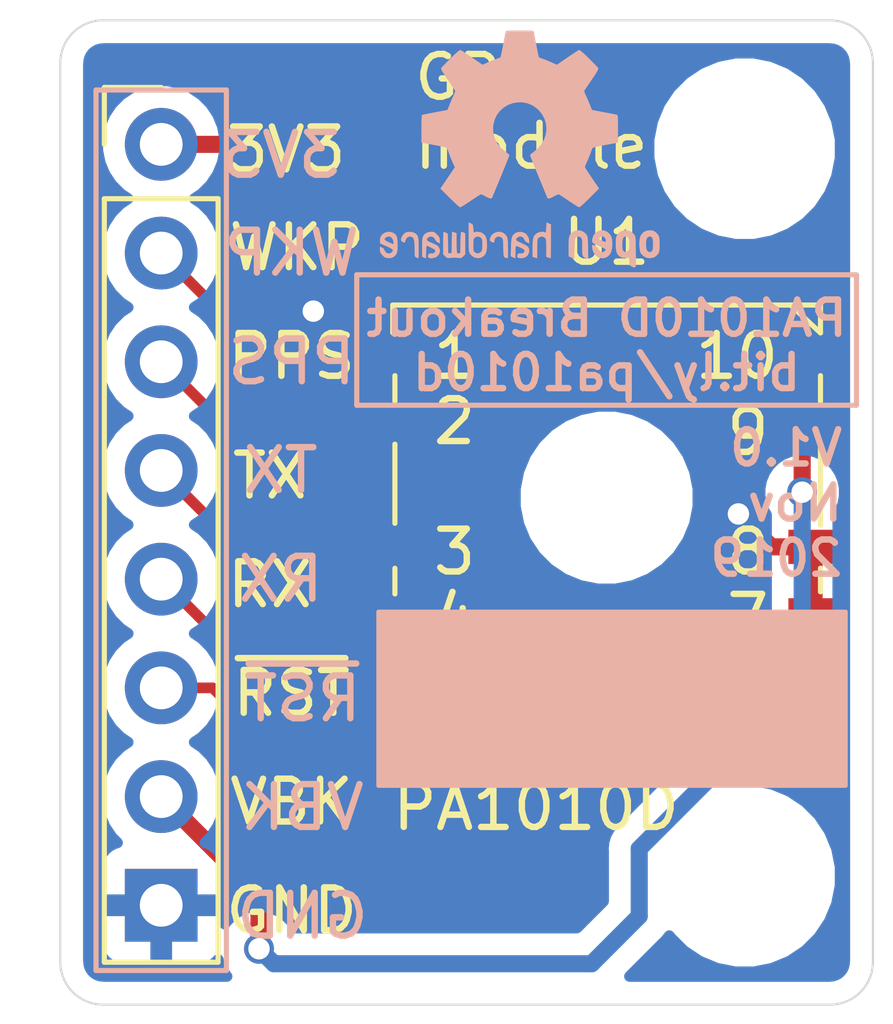
<source format=kicad_pcb>
(kicad_pcb (version 20171130) (host pcbnew "(5.1.5-0-10_14)")

  (general
    (thickness 1.6)
    (drawings 52)
    (tracks 36)
    (zones 0)
    (modules 5)
    (nets 9)
  )

  (page A4)
  (title_block
    (title "CDTop PA1010D GPS module breakout board")
    (date 2019-11-20)
    (rev V1.0)
    (comment 1 "Designed by: Sayanee Basu")
    (comment 2 "Website: github.com/sayanee/pa1010d-breakout")
  )

  (layers
    (0 F.Cu signal)
    (31 B.Cu signal hide)
    (32 B.Adhes user hide)
    (33 F.Adhes user hide)
    (34 B.Paste user hide)
    (35 F.Paste user)
    (36 B.SilkS user hide)
    (37 F.SilkS user)
    (38 B.Mask user hide)
    (39 F.Mask user)
    (40 Dwgs.User user hide)
    (41 Cmts.User user hide)
    (42 Eco1.User user hide)
    (43 Eco2.User user hide)
    (44 Edge.Cuts user)
    (45 Margin user hide)
    (46 B.CrtYd user hide)
    (47 F.CrtYd user)
    (48 B.Fab user hide)
    (49 F.Fab user)
  )

  (setup
    (last_trace_width 0.25)
    (trace_clearance 0.2)
    (zone_clearance 0.508)
    (zone_45_only no)
    (trace_min 0.2)
    (via_size 0.8)
    (via_drill 0.4)
    (via_min_size 0.4)
    (via_min_drill 0.3)
    (uvia_size 0.3)
    (uvia_drill 0.1)
    (uvias_allowed no)
    (uvia_min_size 0.2)
    (uvia_min_drill 0.1)
    (edge_width 0.05)
    (segment_width 0.2)
    (pcb_text_width 0.3)
    (pcb_text_size 1.5 1.5)
    (mod_edge_width 0.12)
    (mod_text_size 1 1)
    (mod_text_width 0.15)
    (pad_size 1.7 1.7)
    (pad_drill 1)
    (pad_to_mask_clearance 0.051)
    (solder_mask_min_width 0.25)
    (aux_axis_origin 0 0)
    (visible_elements FFFFEF7F)
    (pcbplotparams
      (layerselection 0x010fc_ffffffff)
      (usegerberextensions false)
      (usegerberattributes false)
      (usegerberadvancedattributes false)
      (creategerberjobfile false)
      (excludeedgelayer true)
      (linewidth 0.100000)
      (plotframeref false)
      (viasonmask false)
      (mode 1)
      (useauxorigin false)
      (hpglpennumber 1)
      (hpglpenspeed 20)
      (hpglpendiameter 15.000000)
      (psnegative false)
      (psa4output false)
      (plotreference true)
      (plotvalue true)
      (plotinvisibletext false)
      (padsonsilk false)
      (subtractmaskfromsilk false)
      (outputformat 1)
      (mirror false)
      (drillshape 1)
      (scaleselection 1)
      (outputdirectory ""))
  )

  (net 0 "")
  (net 1 GND)
  (net 2 +3V3)
  (net 3 /VBACKUP)
  (net 4 /NRESET)
  (net 5 /RX)
  (net 6 /TX)
  (net 7 /1PPS)
  (net 8 /WAKEUP)

  (net_class Default "This is the default net class."
    (clearance 0.2)
    (trace_width 0.25)
    (via_dia 0.8)
    (via_drill 0.4)
    (uvia_dia 0.3)
    (uvia_drill 0.1)
    (add_net /1PPS)
    (add_net /NRESET)
    (add_net /RX)
    (add_net /TX)
    (add_net /WAKEUP)
  )

  (net_class Power ""
    (clearance 0.3)
    (trace_width 0.4)
    (via_dia 0.7)
    (via_drill 0.5)
    (uvia_dia 0.3)
    (uvia_drill 0.1)
    (add_net +3V3)
    (add_net /VBACKUP)
    (add_net GND)
  )

  (module Symbol:OSHW-Logo2_7.3x6mm_SilkScreen (layer B.Cu) (tedit 0) (tstamp 5DD500BC)
    (at 94.742 73 180)
    (descr "Open Source Hardware Symbol")
    (tags "Logo Symbol OSHW")
    (attr virtual)
    (fp_text reference REF** (at 0 0 180) (layer B.SilkS) hide
      (effects (font (size 1 1) (thickness 0.15)) (justify mirror))
    )
    (fp_text value OSHW-Logo2_7.3x6mm_SilkScreen (at 0.75 0 180) (layer B.Fab) hide
      (effects (font (size 1 1) (thickness 0.15)) (justify mirror))
    )
    (fp_poly (pts (xy 0.10391 2.757652) (xy 0.182454 2.757222) (xy 0.239298 2.756058) (xy 0.278105 2.753793)
      (xy 0.302538 2.75006) (xy 0.316262 2.744494) (xy 0.32294 2.736727) (xy 0.326236 2.726395)
      (xy 0.326556 2.725057) (xy 0.331562 2.700921) (xy 0.340829 2.653299) (xy 0.353392 2.587259)
      (xy 0.368287 2.507872) (xy 0.384551 2.420204) (xy 0.385119 2.417125) (xy 0.40141 2.331211)
      (xy 0.416652 2.255304) (xy 0.429861 2.193955) (xy 0.440054 2.151718) (xy 0.446248 2.133145)
      (xy 0.446543 2.132816) (xy 0.464788 2.123747) (xy 0.502405 2.108633) (xy 0.551271 2.090738)
      (xy 0.551543 2.090642) (xy 0.613093 2.067507) (xy 0.685657 2.038035) (xy 0.754057 2.008403)
      (xy 0.757294 2.006938) (xy 0.868702 1.956374) (xy 1.115399 2.12484) (xy 1.191077 2.176197)
      (xy 1.259631 2.222111) (xy 1.317088 2.25997) (xy 1.359476 2.287163) (xy 1.382825 2.301079)
      (xy 1.385042 2.302111) (xy 1.40201 2.297516) (xy 1.433701 2.275345) (xy 1.481352 2.234553)
      (xy 1.546198 2.174095) (xy 1.612397 2.109773) (xy 1.676214 2.046388) (xy 1.733329 1.988549)
      (xy 1.780305 1.939825) (xy 1.813703 1.90379) (xy 1.830085 1.884016) (xy 1.830694 1.882998)
      (xy 1.832505 1.869428) (xy 1.825683 1.847267) (xy 1.80854 1.813522) (xy 1.779393 1.7652)
      (xy 1.736555 1.699308) (xy 1.679448 1.614483) (xy 1.628766 1.539823) (xy 1.583461 1.47286)
      (xy 1.54615 1.417484) (xy 1.519452 1.37758) (xy 1.505985 1.357038) (xy 1.505137 1.355644)
      (xy 1.506781 1.335962) (xy 1.519245 1.297707) (xy 1.540048 1.248111) (xy 1.547462 1.232272)
      (xy 1.579814 1.16171) (xy 1.614328 1.081647) (xy 1.642365 1.012371) (xy 1.662568 0.960955)
      (xy 1.678615 0.921881) (xy 1.687888 0.901459) (xy 1.689041 0.899886) (xy 1.706096 0.897279)
      (xy 1.746298 0.890137) (xy 1.804302 0.879477) (xy 1.874763 0.866315) (xy 1.952335 0.851667)
      (xy 2.031672 0.836551) (xy 2.107431 0.821982) (xy 2.174264 0.808978) (xy 2.226828 0.798555)
      (xy 2.259776 0.79173) (xy 2.267857 0.789801) (xy 2.276205 0.785038) (xy 2.282506 0.774282)
      (xy 2.287045 0.753902) (xy 2.290104 0.720266) (xy 2.291967 0.669745) (xy 2.292918 0.598708)
      (xy 2.29324 0.503524) (xy 2.293257 0.464508) (xy 2.293257 0.147201) (xy 2.217057 0.132161)
      (xy 2.174663 0.124005) (xy 2.1114 0.112101) (xy 2.034962 0.097884) (xy 1.953043 0.08279)
      (xy 1.9304 0.078645) (xy 1.854806 0.063947) (xy 1.788953 0.049495) (xy 1.738366 0.036625)
      (xy 1.708574 0.026678) (xy 1.703612 0.023713) (xy 1.691426 0.002717) (xy 1.673953 -0.037967)
      (xy 1.654577 -0.090322) (xy 1.650734 -0.1016) (xy 1.625339 -0.171523) (xy 1.593817 -0.250418)
      (xy 1.562969 -0.321266) (xy 1.562817 -0.321595) (xy 1.511447 -0.432733) (xy 1.680399 -0.681253)
      (xy 1.849352 -0.929772) (xy 1.632429 -1.147058) (xy 1.566819 -1.211726) (xy 1.506979 -1.268733)
      (xy 1.456267 -1.315033) (xy 1.418046 -1.347584) (xy 1.395675 -1.363343) (xy 1.392466 -1.364343)
      (xy 1.373626 -1.356469) (xy 1.33518 -1.334578) (xy 1.28133 -1.301267) (xy 1.216276 -1.259131)
      (xy 1.14594 -1.211943) (xy 1.074555 -1.16381) (xy 1.010908 -1.121928) (xy 0.959041 -1.088871)
      (xy 0.922995 -1.067218) (xy 0.906867 -1.059543) (xy 0.887189 -1.066037) (xy 0.849875 -1.08315)
      (xy 0.802621 -1.107326) (xy 0.797612 -1.110013) (xy 0.733977 -1.141927) (xy 0.690341 -1.157579)
      (xy 0.663202 -1.157745) (xy 0.649057 -1.143204) (xy 0.648975 -1.143) (xy 0.641905 -1.125779)
      (xy 0.625042 -1.084899) (xy 0.599695 -1.023525) (xy 0.567171 -0.944819) (xy 0.528778 -0.851947)
      (xy 0.485822 -0.748072) (xy 0.444222 -0.647502) (xy 0.398504 -0.536516) (xy 0.356526 -0.433703)
      (xy 0.319548 -0.342215) (xy 0.288827 -0.265201) (xy 0.265622 -0.205815) (xy 0.25119 -0.167209)
      (xy 0.246743 -0.1528) (xy 0.257896 -0.136272) (xy 0.287069 -0.10993) (xy 0.325971 -0.080887)
      (xy 0.436757 0.010961) (xy 0.523351 0.116241) (xy 0.584716 0.232734) (xy 0.619815 0.358224)
      (xy 0.627608 0.490493) (xy 0.621943 0.551543) (xy 0.591078 0.678205) (xy 0.53792 0.790059)
      (xy 0.465767 0.885999) (xy 0.377917 0.964924) (xy 0.277665 1.02573) (xy 0.16831 1.067313)
      (xy 0.053147 1.088572) (xy -0.064525 1.088401) (xy -0.18141 1.065699) (xy -0.294211 1.019362)
      (xy -0.399631 0.948287) (xy -0.443632 0.908089) (xy -0.528021 0.804871) (xy -0.586778 0.692075)
      (xy -0.620296 0.57299) (xy -0.628965 0.450905) (xy -0.613177 0.329107) (xy -0.573322 0.210884)
      (xy -0.509793 0.099525) (xy -0.422979 -0.001684) (xy -0.325971 -0.080887) (xy -0.285563 -0.111162)
      (xy -0.257018 -0.137219) (xy -0.246743 -0.152825) (xy -0.252123 -0.169843) (xy -0.267425 -0.2105)
      (xy -0.291388 -0.271642) (xy -0.322756 -0.350119) (xy -0.360268 -0.44278) (xy -0.402667 -0.546472)
      (xy -0.444337 -0.647526) (xy -0.49031 -0.758607) (xy -0.532893 -0.861541) (xy -0.570779 -0.953165)
      (xy -0.60266 -1.030316) (xy -0.627229 -1.089831) (xy -0.64318 -1.128544) (xy -0.64909 -1.143)
      (xy -0.663052 -1.157685) (xy -0.69006 -1.157642) (xy -0.733587 -1.142099) (xy -0.79711 -1.110284)
      (xy -0.797612 -1.110013) (xy -0.84544 -1.085323) (xy -0.884103 -1.067338) (xy -0.905905 -1.059614)
      (xy -0.906867 -1.059543) (xy -0.923279 -1.067378) (xy -0.959513 -1.089165) (xy -1.011526 -1.122328)
      (xy -1.075275 -1.164291) (xy -1.14594 -1.211943) (xy -1.217884 -1.260191) (xy -1.282726 -1.302151)
      (xy -1.336265 -1.335227) (xy -1.374303 -1.356821) (xy -1.392467 -1.364343) (xy -1.409192 -1.354457)
      (xy -1.44282 -1.326826) (xy -1.48999 -1.284495) (xy -1.547342 -1.230505) (xy -1.611516 -1.167899)
      (xy -1.632503 -1.146983) (xy -1.849501 -0.929623) (xy -1.684332 -0.68722) (xy -1.634136 -0.612781)
      (xy -1.590081 -0.545972) (xy -1.554638 -0.490665) (xy -1.530281 -0.450729) (xy -1.519478 -0.430036)
      (xy -1.519162 -0.428563) (xy -1.524857 -0.409058) (xy -1.540174 -0.369822) (xy -1.562463 -0.31743)
      (xy -1.578107 -0.282355) (xy -1.607359 -0.215201) (xy -1.634906 -0.147358) (xy -1.656263 -0.090034)
      (xy -1.662065 -0.072572) (xy -1.678548 -0.025938) (xy -1.69466 0.010095) (xy -1.70351 0.023713)
      (xy -1.72304 0.032048) (xy -1.765666 0.043863) (xy -1.825855 0.057819) (xy -1.898078 0.072578)
      (xy -1.9304 0.078645) (xy -2.012478 0.093727) (xy -2.091205 0.108331) (xy -2.158891 0.12102)
      (xy -2.20784 0.130358) (xy -2.217057 0.132161) (xy -2.293257 0.147201) (xy -2.293257 0.464508)
      (xy -2.293086 0.568846) (xy -2.292384 0.647787) (xy -2.290866 0.704962) (xy -2.288251 0.744001)
      (xy -2.284254 0.768535) (xy -2.278591 0.782195) (xy -2.27098 0.788611) (xy -2.267857 0.789801)
      (xy -2.249022 0.79402) (xy -2.207412 0.802438) (xy -2.14837 0.814039) (xy -2.077243 0.827805)
      (xy -1.999375 0.84272) (xy -1.920113 0.857768) (xy -1.844802 0.871931) (xy -1.778787 0.884194)
      (xy -1.727413 0.893539) (xy -1.696025 0.89895) (xy -1.689041 0.899886) (xy -1.682715 0.912404)
      (xy -1.66871 0.945754) (xy -1.649645 0.993623) (xy -1.642366 1.012371) (xy -1.613004 1.084805)
      (xy -1.578429 1.16483) (xy -1.547463 1.232272) (xy -1.524677 1.283841) (xy -1.509518 1.326215)
      (xy -1.504458 1.352166) (xy -1.505264 1.355644) (xy -1.515959 1.372064) (xy -1.54038 1.408583)
      (xy -1.575905 1.461313) (xy -1.619913 1.526365) (xy -1.669783 1.599849) (xy -1.679644 1.614355)
      (xy -1.737508 1.700296) (xy -1.780044 1.765739) (xy -1.808946 1.813696) (xy -1.82591 1.84718)
      (xy -1.832633 1.869205) (xy -1.83081 1.882783) (xy -1.830764 1.882869) (xy -1.816414 1.900703)
      (xy -1.784677 1.935183) (xy -1.73899 1.982732) (xy -1.682796 2.039778) (xy -1.619532 2.102745)
      (xy -1.612398 2.109773) (xy -1.53267 2.18698) (xy -1.471143 2.24367) (xy -1.426579 2.28089)
      (xy -1.397743 2.299685) (xy -1.385042 2.302111) (xy -1.366506 2.291529) (xy -1.328039 2.267084)
      (xy -1.273614 2.231388) (xy -1.207202 2.187053) (xy -1.132775 2.136689) (xy -1.115399 2.12484)
      (xy -0.868703 1.956374) (xy -0.757294 2.006938) (xy -0.689543 2.036405) (xy -0.616817 2.066041)
      (xy -0.554297 2.08967) (xy -0.551543 2.090642) (xy -0.50264 2.108543) (xy -0.464943 2.12368)
      (xy -0.446575 2.13279) (xy -0.446544 2.132816) (xy -0.440715 2.149283) (xy -0.430808 2.189781)
      (xy -0.417805 2.249758) (xy -0.402691 2.32466) (xy -0.386448 2.409936) (xy -0.385119 2.417125)
      (xy -0.368825 2.504986) (xy -0.353867 2.58474) (xy -0.341209 2.651319) (xy -0.331814 2.699653)
      (xy -0.326646 2.724675) (xy -0.326556 2.725057) (xy -0.323411 2.735701) (xy -0.317296 2.743738)
      (xy -0.304547 2.749533) (xy -0.2815 2.753453) (xy -0.244491 2.755865) (xy -0.189856 2.757135)
      (xy -0.113933 2.757629) (xy -0.013056 2.757714) (xy 0 2.757714) (xy 0.10391 2.757652)) (layer B.SilkS) (width 0.01))
    (fp_poly (pts (xy 3.153595 -1.966966) (xy 3.211021 -2.004497) (xy 3.238719 -2.038096) (xy 3.260662 -2.099064)
      (xy 3.262405 -2.147308) (xy 3.258457 -2.211816) (xy 3.109686 -2.276934) (xy 3.037349 -2.310202)
      (xy 2.990084 -2.336964) (xy 2.965507 -2.360144) (xy 2.961237 -2.382667) (xy 2.974889 -2.407455)
      (xy 2.989943 -2.423886) (xy 3.033746 -2.450235) (xy 3.081389 -2.452081) (xy 3.125145 -2.431546)
      (xy 3.157289 -2.390752) (xy 3.163038 -2.376347) (xy 3.190576 -2.331356) (xy 3.222258 -2.312182)
      (xy 3.265714 -2.295779) (xy 3.265714 -2.357966) (xy 3.261872 -2.400283) (xy 3.246823 -2.435969)
      (xy 3.21528 -2.476943) (xy 3.210592 -2.482267) (xy 3.175506 -2.51872) (xy 3.145347 -2.538283)
      (xy 3.107615 -2.547283) (xy 3.076335 -2.55023) (xy 3.020385 -2.550965) (xy 2.980555 -2.54166)
      (xy 2.955708 -2.527846) (xy 2.916656 -2.497467) (xy 2.889625 -2.464613) (xy 2.872517 -2.423294)
      (xy 2.863238 -2.367521) (xy 2.859693 -2.291305) (xy 2.85941 -2.252622) (xy 2.860372 -2.206247)
      (xy 2.948007 -2.206247) (xy 2.949023 -2.231126) (xy 2.951556 -2.2352) (xy 2.968274 -2.229665)
      (xy 3.004249 -2.215017) (xy 3.052331 -2.19419) (xy 3.062386 -2.189714) (xy 3.123152 -2.158814)
      (xy 3.156632 -2.131657) (xy 3.16399 -2.10622) (xy 3.146391 -2.080481) (xy 3.131856 -2.069109)
      (xy 3.07941 -2.046364) (xy 3.030322 -2.050122) (xy 2.989227 -2.077884) (xy 2.960758 -2.127152)
      (xy 2.951631 -2.166257) (xy 2.948007 -2.206247) (xy 2.860372 -2.206247) (xy 2.861285 -2.162249)
      (xy 2.868196 -2.095384) (xy 2.881884 -2.046695) (xy 2.904096 -2.010849) (xy 2.936574 -1.982513)
      (xy 2.950733 -1.973355) (xy 3.015053 -1.949507) (xy 3.085473 -1.948006) (xy 3.153595 -1.966966)) (layer B.SilkS) (width 0.01))
    (fp_poly (pts (xy 2.6526 -1.958752) (xy 2.669948 -1.966334) (xy 2.711356 -1.999128) (xy 2.746765 -2.046547)
      (xy 2.768664 -2.097151) (xy 2.772229 -2.122098) (xy 2.760279 -2.156927) (xy 2.734067 -2.175357)
      (xy 2.705964 -2.186516) (xy 2.693095 -2.188572) (xy 2.686829 -2.173649) (xy 2.674456 -2.141175)
      (xy 2.669028 -2.126502) (xy 2.63859 -2.075744) (xy 2.59452 -2.050427) (xy 2.53801 -2.051206)
      (xy 2.533825 -2.052203) (xy 2.503655 -2.066507) (xy 2.481476 -2.094393) (xy 2.466327 -2.139287)
      (xy 2.45725 -2.204615) (xy 2.453286 -2.293804) (xy 2.452914 -2.341261) (xy 2.45273 -2.416071)
      (xy 2.451522 -2.467069) (xy 2.448309 -2.499471) (xy 2.442109 -2.518495) (xy 2.43194 -2.529356)
      (xy 2.416819 -2.537272) (xy 2.415946 -2.53767) (xy 2.386828 -2.549981) (xy 2.372403 -2.554514)
      (xy 2.370186 -2.540809) (xy 2.368289 -2.502925) (xy 2.366847 -2.445715) (xy 2.365998 -2.374027)
      (xy 2.365829 -2.321565) (xy 2.366692 -2.220047) (xy 2.37007 -2.143032) (xy 2.377142 -2.086023)
      (xy 2.389088 -2.044526) (xy 2.40709 -2.014043) (xy 2.432327 -1.99008) (xy 2.457247 -1.973355)
      (xy 2.517171 -1.951097) (xy 2.586911 -1.946076) (xy 2.6526 -1.958752)) (layer B.SilkS) (width 0.01))
    (fp_poly (pts (xy 2.144876 -1.956335) (xy 2.186667 -1.975344) (xy 2.219469 -1.998378) (xy 2.243503 -2.024133)
      (xy 2.260097 -2.057358) (xy 2.270577 -2.1028) (xy 2.276271 -2.165207) (xy 2.278507 -2.249327)
      (xy 2.278743 -2.304721) (xy 2.278743 -2.520826) (xy 2.241774 -2.53767) (xy 2.212656 -2.549981)
      (xy 2.198231 -2.554514) (xy 2.195472 -2.541025) (xy 2.193282 -2.504653) (xy 2.191942 -2.451542)
      (xy 2.191657 -2.409372) (xy 2.190434 -2.348447) (xy 2.187136 -2.300115) (xy 2.182321 -2.270518)
      (xy 2.178496 -2.264229) (xy 2.152783 -2.270652) (xy 2.112418 -2.287125) (xy 2.065679 -2.309458)
      (xy 2.020845 -2.333457) (xy 1.986193 -2.35493) (xy 1.970002 -2.369685) (xy 1.969938 -2.369845)
      (xy 1.97133 -2.397152) (xy 1.983818 -2.423219) (xy 2.005743 -2.444392) (xy 2.037743 -2.451474)
      (xy 2.065092 -2.450649) (xy 2.103826 -2.450042) (xy 2.124158 -2.459116) (xy 2.136369 -2.483092)
      (xy 2.137909 -2.487613) (xy 2.143203 -2.521806) (xy 2.129047 -2.542568) (xy 2.092148 -2.552462)
      (xy 2.052289 -2.554292) (xy 1.980562 -2.540727) (xy 1.943432 -2.521355) (xy 1.897576 -2.475845)
      (xy 1.873256 -2.419983) (xy 1.871073 -2.360957) (xy 1.891629 -2.305953) (xy 1.922549 -2.271486)
      (xy 1.95342 -2.252189) (xy 2.001942 -2.227759) (xy 2.058485 -2.202985) (xy 2.06791 -2.199199)
      (xy 2.130019 -2.171791) (xy 2.165822 -2.147634) (xy 2.177337 -2.123619) (xy 2.16658 -2.096635)
      (xy 2.148114 -2.075543) (xy 2.104469 -2.049572) (xy 2.056446 -2.047624) (xy 2.012406 -2.067637)
      (xy 1.980709 -2.107551) (xy 1.976549 -2.117848) (xy 1.952327 -2.155724) (xy 1.916965 -2.183842)
      (xy 1.872343 -2.206917) (xy 1.872343 -2.141485) (xy 1.874969 -2.101506) (xy 1.88623 -2.069997)
      (xy 1.911199 -2.036378) (xy 1.935169 -2.010484) (xy 1.972441 -1.973817) (xy 2.001401 -1.954121)
      (xy 2.032505 -1.94622) (xy 2.067713 -1.944914) (xy 2.144876 -1.956335)) (layer B.SilkS) (width 0.01))
    (fp_poly (pts (xy 1.779833 -1.958663) (xy 1.782048 -1.99685) (xy 1.783784 -2.054886) (xy 1.784899 -2.12818)
      (xy 1.785257 -2.205055) (xy 1.785257 -2.465196) (xy 1.739326 -2.511127) (xy 1.707675 -2.539429)
      (xy 1.67989 -2.550893) (xy 1.641915 -2.550168) (xy 1.62684 -2.548321) (xy 1.579726 -2.542948)
      (xy 1.540756 -2.539869) (xy 1.531257 -2.539585) (xy 1.499233 -2.541445) (xy 1.453432 -2.546114)
      (xy 1.435674 -2.548321) (xy 1.392057 -2.551735) (xy 1.362745 -2.54432) (xy 1.33368 -2.521427)
      (xy 1.323188 -2.511127) (xy 1.277257 -2.465196) (xy 1.277257 -1.978602) (xy 1.314226 -1.961758)
      (xy 1.346059 -1.949282) (xy 1.364683 -1.944914) (xy 1.369458 -1.958718) (xy 1.373921 -1.997286)
      (xy 1.377775 -2.056356) (xy 1.380722 -2.131663) (xy 1.382143 -2.195286) (xy 1.386114 -2.445657)
      (xy 1.420759 -2.450556) (xy 1.452268 -2.447131) (xy 1.467708 -2.436041) (xy 1.472023 -2.415308)
      (xy 1.475708 -2.371145) (xy 1.478469 -2.309146) (xy 1.480012 -2.234909) (xy 1.480235 -2.196706)
      (xy 1.480457 -1.976783) (xy 1.526166 -1.960849) (xy 1.558518 -1.950015) (xy 1.576115 -1.944962)
      (xy 1.576623 -1.944914) (xy 1.578388 -1.958648) (xy 1.580329 -1.99673) (xy 1.582282 -2.054482)
      (xy 1.584084 -2.127227) (xy 1.585343 -2.195286) (xy 1.589314 -2.445657) (xy 1.6764 -2.445657)
      (xy 1.680396 -2.21724) (xy 1.684392 -1.988822) (xy 1.726847 -1.966868) (xy 1.758192 -1.951793)
      (xy 1.776744 -1.944951) (xy 1.777279 -1.944914) (xy 1.779833 -1.958663)) (layer B.SilkS) (width 0.01))
    (fp_poly (pts (xy 1.190117 -2.065358) (xy 1.189933 -2.173837) (xy 1.189219 -2.257287) (xy 1.187675 -2.319704)
      (xy 1.185001 -2.365085) (xy 1.180894 -2.397429) (xy 1.175055 -2.420733) (xy 1.167182 -2.438995)
      (xy 1.161221 -2.449418) (xy 1.111855 -2.505945) (xy 1.049264 -2.541377) (xy 0.980013 -2.55409)
      (xy 0.910668 -2.542463) (xy 0.869375 -2.521568) (xy 0.826025 -2.485422) (xy 0.796481 -2.441276)
      (xy 0.778655 -2.383462) (xy 0.770463 -2.306313) (xy 0.769302 -2.249714) (xy 0.769458 -2.245647)
      (xy 0.870857 -2.245647) (xy 0.871476 -2.31055) (xy 0.874314 -2.353514) (xy 0.88084 -2.381622)
      (xy 0.892523 -2.401953) (xy 0.906483 -2.417288) (xy 0.953365 -2.44689) (xy 1.003701 -2.449419)
      (xy 1.051276 -2.424705) (xy 1.054979 -2.421356) (xy 1.070783 -2.403935) (xy 1.080693 -2.383209)
      (xy 1.086058 -2.352362) (xy 1.088228 -2.304577) (xy 1.088571 -2.251748) (xy 1.087827 -2.185381)
      (xy 1.084748 -2.141106) (xy 1.078061 -2.112009) (xy 1.066496 -2.091173) (xy 1.057013 -2.080107)
      (xy 1.01296 -2.052198) (xy 0.962224 -2.048843) (xy 0.913796 -2.070159) (xy 0.90445 -2.078073)
      (xy 0.88854 -2.095647) (xy 0.87861 -2.116587) (xy 0.873278 -2.147782) (xy 0.871163 -2.196122)
      (xy 0.870857 -2.245647) (xy 0.769458 -2.245647) (xy 0.77281 -2.158568) (xy 0.784726 -2.090086)
      (xy 0.807135 -2.0386) (xy 0.842124 -1.998443) (xy 0.869375 -1.977861) (xy 0.918907 -1.955625)
      (xy 0.976316 -1.945304) (xy 1.029682 -1.948067) (xy 1.059543 -1.959212) (xy 1.071261 -1.962383)
      (xy 1.079037 -1.950557) (xy 1.084465 -1.918866) (xy 1.088571 -1.870593) (xy 1.093067 -1.816829)
      (xy 1.099313 -1.784482) (xy 1.110676 -1.765985) (xy 1.130528 -1.75377) (xy 1.143 -1.748362)
      (xy 1.190171 -1.728601) (xy 1.190117 -2.065358)) (layer B.SilkS) (width 0.01))
    (fp_poly (pts (xy 0.529926 -1.949755) (xy 0.595858 -1.974084) (xy 0.649273 -2.017117) (xy 0.670164 -2.047409)
      (xy 0.692939 -2.102994) (xy 0.692466 -2.143186) (xy 0.668562 -2.170217) (xy 0.659717 -2.174813)
      (xy 0.62153 -2.189144) (xy 0.602028 -2.185472) (xy 0.595422 -2.161407) (xy 0.595086 -2.148114)
      (xy 0.582992 -2.09921) (xy 0.551471 -2.064999) (xy 0.507659 -2.048476) (xy 0.458695 -2.052634)
      (xy 0.418894 -2.074227) (xy 0.40545 -2.086544) (xy 0.395921 -2.101487) (xy 0.389485 -2.124075)
      (xy 0.385317 -2.159328) (xy 0.382597 -2.212266) (xy 0.380502 -2.287907) (xy 0.37996 -2.311857)
      (xy 0.377981 -2.39379) (xy 0.375731 -2.451455) (xy 0.372357 -2.489608) (xy 0.367006 -2.513004)
      (xy 0.358824 -2.526398) (xy 0.346959 -2.534545) (xy 0.339362 -2.538144) (xy 0.307102 -2.550452)
      (xy 0.288111 -2.554514) (xy 0.281836 -2.540948) (xy 0.278006 -2.499934) (xy 0.2766 -2.430999)
      (xy 0.277598 -2.333669) (xy 0.277908 -2.318657) (xy 0.280101 -2.229859) (xy 0.282693 -2.165019)
      (xy 0.286382 -2.119067) (xy 0.291864 -2.086935) (xy 0.299835 -2.063553) (xy 0.310993 -2.043852)
      (xy 0.31683 -2.03541) (xy 0.350296 -1.998057) (xy 0.387727 -1.969003) (xy 0.392309 -1.966467)
      (xy 0.459426 -1.946443) (xy 0.529926 -1.949755)) (layer B.SilkS) (width 0.01))
    (fp_poly (pts (xy 0.039744 -1.950968) (xy 0.096616 -1.972087) (xy 0.097267 -1.972493) (xy 0.13244 -1.99838)
      (xy 0.158407 -2.028633) (xy 0.17667 -2.068058) (xy 0.188732 -2.121462) (xy 0.196096 -2.193651)
      (xy 0.200264 -2.289432) (xy 0.200629 -2.303078) (xy 0.205876 -2.508842) (xy 0.161716 -2.531678)
      (xy 0.129763 -2.54711) (xy 0.11047 -2.554423) (xy 0.109578 -2.554514) (xy 0.106239 -2.541022)
      (xy 0.103587 -2.504626) (xy 0.101956 -2.451452) (xy 0.1016 -2.408393) (xy 0.101592 -2.338641)
      (xy 0.098403 -2.294837) (xy 0.087288 -2.273944) (xy 0.063501 -2.272925) (xy 0.022296 -2.288741)
      (xy -0.039914 -2.317815) (xy -0.085659 -2.341963) (xy -0.109187 -2.362913) (xy -0.116104 -2.385747)
      (xy -0.116114 -2.386877) (xy -0.104701 -2.426212) (xy -0.070908 -2.447462) (xy -0.019191 -2.450539)
      (xy 0.018061 -2.450006) (xy 0.037703 -2.460735) (xy 0.049952 -2.486505) (xy 0.057002 -2.519337)
      (xy 0.046842 -2.537966) (xy 0.043017 -2.540632) (xy 0.007001 -2.55134) (xy -0.043434 -2.552856)
      (xy -0.095374 -2.545759) (xy -0.132178 -2.532788) (xy -0.183062 -2.489585) (xy -0.211986 -2.429446)
      (xy -0.217714 -2.382462) (xy -0.213343 -2.340082) (xy -0.197525 -2.305488) (xy -0.166203 -2.274763)
      (xy -0.115322 -2.24399) (xy -0.040824 -2.209252) (xy -0.036286 -2.207288) (xy 0.030821 -2.176287)
      (xy 0.072232 -2.150862) (xy 0.089981 -2.128014) (xy 0.086107 -2.104745) (xy 0.062643 -2.078056)
      (xy 0.055627 -2.071914) (xy 0.00863 -2.0481) (xy -0.040067 -2.049103) (xy -0.082478 -2.072451)
      (xy -0.110616 -2.115675) (xy -0.113231 -2.12416) (xy -0.138692 -2.165308) (xy -0.170999 -2.185128)
      (xy -0.217714 -2.20477) (xy -0.217714 -2.15395) (xy -0.203504 -2.080082) (xy -0.161325 -2.012327)
      (xy -0.139376 -1.989661) (xy -0.089483 -1.960569) (xy -0.026033 -1.9474) (xy 0.039744 -1.950968)) (layer B.SilkS) (width 0.01))
    (fp_poly (pts (xy -0.624114 -1.851289) (xy -0.619861 -1.910613) (xy -0.614975 -1.945572) (xy -0.608205 -1.96082)
      (xy -0.598298 -1.961015) (xy -0.595086 -1.959195) (xy -0.552356 -1.946015) (xy -0.496773 -1.946785)
      (xy -0.440263 -1.960333) (xy -0.404918 -1.977861) (xy -0.368679 -2.005861) (xy -0.342187 -2.037549)
      (xy -0.324001 -2.077813) (xy -0.312678 -2.131543) (xy -0.306778 -2.203626) (xy -0.304857 -2.298951)
      (xy -0.304823 -2.317237) (xy -0.3048 -2.522646) (xy -0.350509 -2.53858) (xy -0.382973 -2.54942)
      (xy -0.400785 -2.554468) (xy -0.401309 -2.554514) (xy -0.403063 -2.540828) (xy -0.404556 -2.503076)
      (xy -0.405674 -2.446224) (xy -0.406303 -2.375234) (xy -0.4064 -2.332073) (xy -0.406602 -2.246973)
      (xy -0.407642 -2.185981) (xy -0.410169 -2.144177) (xy -0.414836 -2.116642) (xy -0.422293 -2.098456)
      (xy -0.433189 -2.084698) (xy -0.439993 -2.078073) (xy -0.486728 -2.051375) (xy -0.537728 -2.049375)
      (xy -0.583999 -2.071955) (xy -0.592556 -2.080107) (xy -0.605107 -2.095436) (xy -0.613812 -2.113618)
      (xy -0.619369 -2.139909) (xy -0.622474 -2.179562) (xy -0.623824 -2.237832) (xy -0.624114 -2.318173)
      (xy -0.624114 -2.522646) (xy -0.669823 -2.53858) (xy -0.702287 -2.54942) (xy -0.720099 -2.554468)
      (xy -0.720623 -2.554514) (xy -0.721963 -2.540623) (xy -0.723172 -2.501439) (xy -0.724199 -2.4407)
      (xy -0.724998 -2.362141) (xy -0.725519 -2.269498) (xy -0.725714 -2.166509) (xy -0.725714 -1.769342)
      (xy -0.678543 -1.749444) (xy -0.631371 -1.729547) (xy -0.624114 -1.851289)) (layer B.SilkS) (width 0.01))
    (fp_poly (pts (xy -1.831697 -1.931239) (xy -1.774473 -1.969735) (xy -1.730251 -2.025335) (xy -1.703833 -2.096086)
      (xy -1.69849 -2.148162) (xy -1.699097 -2.169893) (xy -1.704178 -2.186531) (xy -1.718145 -2.201437)
      (xy -1.745411 -2.217973) (xy -1.790388 -2.239498) (xy -1.857489 -2.269374) (xy -1.857829 -2.269524)
      (xy -1.919593 -2.297813) (xy -1.970241 -2.322933) (xy -2.004596 -2.342179) (xy -2.017482 -2.352848)
      (xy -2.017486 -2.352934) (xy -2.006128 -2.376166) (xy -1.979569 -2.401774) (xy -1.949077 -2.420221)
      (xy -1.93363 -2.423886) (xy -1.891485 -2.411212) (xy -1.855192 -2.379471) (xy -1.837483 -2.344572)
      (xy -1.820448 -2.318845) (xy -1.787078 -2.289546) (xy -1.747851 -2.264235) (xy -1.713244 -2.250471)
      (xy -1.706007 -2.249714) (xy -1.697861 -2.26216) (xy -1.69737 -2.293972) (xy -1.703357 -2.336866)
      (xy -1.714643 -2.382558) (xy -1.73005 -2.422761) (xy -1.730829 -2.424322) (xy -1.777196 -2.489062)
      (xy -1.837289 -2.533097) (xy -1.905535 -2.554711) (xy -1.976362 -2.552185) (xy -2.044196 -2.523804)
      (xy -2.047212 -2.521808) (xy -2.100573 -2.473448) (xy -2.13566 -2.410352) (xy -2.155078 -2.327387)
      (xy -2.157684 -2.304078) (xy -2.162299 -2.194055) (xy -2.156767 -2.142748) (xy -2.017486 -2.142748)
      (xy -2.015676 -2.174753) (xy -2.005778 -2.184093) (xy -1.981102 -2.177105) (xy -1.942205 -2.160587)
      (xy -1.898725 -2.139881) (xy -1.897644 -2.139333) (xy -1.860791 -2.119949) (xy -1.846 -2.107013)
      (xy -1.849647 -2.093451) (xy -1.865005 -2.075632) (xy -1.904077 -2.049845) (xy -1.946154 -2.04795)
      (xy -1.983897 -2.066717) (xy -2.009966 -2.102915) (xy -2.017486 -2.142748) (xy -2.156767 -2.142748)
      (xy -2.152806 -2.106027) (xy -2.12845 -2.036212) (xy -2.094544 -1.987302) (xy -2.033347 -1.937878)
      (xy -1.965937 -1.913359) (xy -1.89712 -1.911797) (xy -1.831697 -1.931239)) (layer B.SilkS) (width 0.01))
    (fp_poly (pts (xy -2.958885 -1.921962) (xy -2.890855 -1.957733) (xy -2.840649 -2.015301) (xy -2.822815 -2.052312)
      (xy -2.808937 -2.107882) (xy -2.801833 -2.178096) (xy -2.80116 -2.254727) (xy -2.806573 -2.329552)
      (xy -2.81773 -2.394342) (xy -2.834286 -2.440873) (xy -2.839374 -2.448887) (xy -2.899645 -2.508707)
      (xy -2.971231 -2.544535) (xy -3.048908 -2.55502) (xy -3.127452 -2.53881) (xy -3.149311 -2.529092)
      (xy -3.191878 -2.499143) (xy -3.229237 -2.459433) (xy -3.232768 -2.454397) (xy -3.247119 -2.430124)
      (xy -3.256606 -2.404178) (xy -3.26221 -2.370022) (xy -3.264914 -2.321119) (xy -3.265701 -2.250935)
      (xy -3.265714 -2.2352) (xy -3.265678 -2.230192) (xy -3.120571 -2.230192) (xy -3.119727 -2.29643)
      (xy -3.116404 -2.340386) (xy -3.109417 -2.368779) (xy -3.097584 -2.388325) (xy -3.091543 -2.394857)
      (xy -3.056814 -2.41968) (xy -3.023097 -2.418548) (xy -2.989005 -2.397016) (xy -2.968671 -2.374029)
      (xy -2.956629 -2.340478) (xy -2.949866 -2.287569) (xy -2.949402 -2.281399) (xy -2.948248 -2.185513)
      (xy -2.960312 -2.114299) (xy -2.98543 -2.068194) (xy -3.02344 -2.047635) (xy -3.037008 -2.046514)
      (xy -3.072636 -2.052152) (xy -3.097006 -2.071686) (xy -3.111907 -2.109042) (xy -3.119125 -2.16815)
      (xy -3.120571 -2.230192) (xy -3.265678 -2.230192) (xy -3.265174 -2.160413) (xy -3.262904 -2.108159)
      (xy -3.257932 -2.071949) (xy -3.249287 -2.045299) (xy -3.235995 -2.021722) (xy -3.233057 -2.017338)
      (xy -3.183687 -1.958249) (xy -3.129891 -1.923947) (xy -3.064398 -1.910331) (xy -3.042158 -1.909665)
      (xy -2.958885 -1.921962)) (layer B.SilkS) (width 0.01))
    (fp_poly (pts (xy -1.283907 -1.92778) (xy -1.237328 -1.954723) (xy -1.204943 -1.981466) (xy -1.181258 -2.009484)
      (xy -1.164941 -2.043748) (xy -1.154661 -2.089227) (xy -1.149086 -2.150892) (xy -1.146884 -2.233711)
      (xy -1.146629 -2.293246) (xy -1.146629 -2.512391) (xy -1.208314 -2.540044) (xy -1.27 -2.567697)
      (xy -1.277257 -2.32767) (xy -1.280256 -2.238028) (xy -1.283402 -2.172962) (xy -1.287299 -2.128026)
      (xy -1.292553 -2.09877) (xy -1.299769 -2.080748) (xy -1.30955 -2.069511) (xy -1.312688 -2.067079)
      (xy -1.360239 -2.048083) (xy -1.408303 -2.0556) (xy -1.436914 -2.075543) (xy -1.448553 -2.089675)
      (xy -1.456609 -2.10822) (xy -1.461729 -2.136334) (xy -1.464559 -2.179173) (xy -1.465744 -2.241895)
      (xy -1.465943 -2.307261) (xy -1.465982 -2.389268) (xy -1.467386 -2.447316) (xy -1.472086 -2.486465)
      (xy -1.482013 -2.51178) (xy -1.499097 -2.528323) (xy -1.525268 -2.541156) (xy -1.560225 -2.554491)
      (xy -1.598404 -2.569007) (xy -1.593859 -2.311389) (xy -1.592029 -2.218519) (xy -1.589888 -2.149889)
      (xy -1.586819 -2.100711) (xy -1.582206 -2.066198) (xy -1.575432 -2.041562) (xy -1.565881 -2.022016)
      (xy -1.554366 -2.00477) (xy -1.49881 -1.94968) (xy -1.43102 -1.917822) (xy -1.357287 -1.910191)
      (xy -1.283907 -1.92778)) (layer B.SilkS) (width 0.01))
    (fp_poly (pts (xy -2.400256 -1.919918) (xy -2.344799 -1.947568) (xy -2.295852 -1.99848) (xy -2.282371 -2.017338)
      (xy -2.267686 -2.042015) (xy -2.258158 -2.068816) (xy -2.252707 -2.104587) (xy -2.250253 -2.156169)
      (xy -2.249714 -2.224267) (xy -2.252148 -2.317588) (xy -2.260606 -2.387657) (xy -2.276826 -2.439931)
      (xy -2.302546 -2.479869) (xy -2.339503 -2.512929) (xy -2.342218 -2.514886) (xy -2.37864 -2.534908)
      (xy -2.422498 -2.544815) (xy -2.478276 -2.547257) (xy -2.568952 -2.547257) (xy -2.56899 -2.635283)
      (xy -2.569834 -2.684308) (xy -2.574976 -2.713065) (xy -2.588413 -2.730311) (xy -2.614142 -2.744808)
      (xy -2.620321 -2.747769) (xy -2.649236 -2.761648) (xy -2.671624 -2.770414) (xy -2.688271 -2.771171)
      (xy -2.699964 -2.761023) (xy -2.70749 -2.737073) (xy -2.711634 -2.696426) (xy -2.713185 -2.636186)
      (xy -2.712929 -2.553455) (xy -2.711651 -2.445339) (xy -2.711252 -2.413) (xy -2.709815 -2.301524)
      (xy -2.708528 -2.228603) (xy -2.569029 -2.228603) (xy -2.568245 -2.290499) (xy -2.56476 -2.330997)
      (xy -2.556876 -2.357708) (xy -2.542895 -2.378244) (xy -2.533403 -2.38826) (xy -2.494596 -2.417567)
      (xy -2.460237 -2.419952) (xy -2.424784 -2.39575) (xy -2.423886 -2.394857) (xy -2.409461 -2.376153)
      (xy -2.400687 -2.350732) (xy -2.396261 -2.311584) (xy -2.394882 -2.251697) (xy -2.394857 -2.23843)
      (xy -2.398188 -2.155901) (xy -2.409031 -2.098691) (xy -2.42866 -2.063766) (xy -2.45835 -2.048094)
      (xy -2.475509 -2.046514) (xy -2.516234 -2.053926) (xy -2.544168 -2.07833) (xy -2.560983 -2.12298)
      (xy -2.56835 -2.19113) (xy -2.569029 -2.228603) (xy -2.708528 -2.228603) (xy -2.708292 -2.215245)
      (xy -2.706323 -2.150333) (xy -2.70355 -2.102958) (xy -2.699612 -2.06929) (xy -2.694151 -2.045498)
      (xy -2.686808 -2.027753) (xy -2.677223 -2.012224) (xy -2.673113 -2.006381) (xy -2.618595 -1.951185)
      (xy -2.549664 -1.91989) (xy -2.469928 -1.911165) (xy -2.400256 -1.919918)) (layer B.SilkS) (width 0.01))
  )

  (module CDTop_PA1010D:CDTop_MT3333_PA1010D (layer F.Cu) (tedit 5DD3C9E6) (tstamp 5DD43542)
    (at 96.774 81.153)
    (path /5DD3ABC6)
    (fp_text reference U1 (at 0 -5.969) (layer F.SilkS)
      (effects (font (size 1 1) (thickness 0.15)))
    )
    (fp_text value PA1010D (at -2.159 9.017) (layer F.Fab) hide
      (effects (font (size 1 1) (thickness 0.15)))
    )
    (fp_text user 10 (at 3.048 -3.302) (layer F.SilkS)
      (effects (font (size 1 1) (thickness 0.15)))
    )
    (fp_text user 9 (at 3.302 -1.524) (layer F.SilkS)
      (effects (font (size 1 1) (thickness 0.15)))
    )
    (fp_text user 8 (at 3.302 1.27) (layer F.SilkS)
      (effects (font (size 1 1) (thickness 0.15)))
    )
    (fp_text user 7 (at 3.302 2.794) (layer F.SilkS)
      (effects (font (size 1 1) (thickness 0.15)))
    )
    (fp_text user 6 (at 3.302 4.318) (layer F.SilkS)
      (effects (font (size 1 1) (thickness 0.15)))
    )
    (fp_text user 5 (at -3.556 4.318) (layer F.SilkS)
      (effects (font (size 1 1) (thickness 0.15)))
    )
    (fp_text user 4 (at -3.556 2.794) (layer F.SilkS)
      (effects (font (size 1 1) (thickness 0.15)))
    )
    (fp_text user 3 (at -3.556 1.27) (layer F.SilkS)
      (effects (font (size 1 1) (thickness 0.15)))
    )
    (fp_text user 2 (at -3.556 -1.778) (layer F.SilkS)
      (effects (font (size 1 1) (thickness 0.15)))
    )
    (fp_text user 1 (at -3.556 -3.302) (layer F.SilkS)
      (effects (font (size 1 1) (thickness 0.15)))
    )
    (fp_line (start 4.3 -4.5) (end 5 -3.85) (layer F.SilkS) (width 0.12))
    (fp_line (start -5 5.5) (end -5 -4.5) (layer F.Fab) (width 0.12))
    (fp_line (start 5 5.5) (end -5 5.5) (layer F.Fab) (width 0.12))
    (fp_line (start 5 -4.5) (end 5 5.5) (layer F.Fab) (width 0.12))
    (fp_line (start -5 -4.5) (end 5 -4.5) (layer F.Fab) (width 0.12))
    (fp_line (start -4.95 3.25) (end -4.95 3.85) (layer F.SilkS) (width 0.12))
    (fp_line (start -4.95 1.65) (end -4.95 2.25) (layer F.SilkS) (width 0.12))
    (fp_line (start -4.95 -1.25) (end -4.95 0.6) (layer F.SilkS) (width 0.12))
    (fp_line (start -4.95 -2.85) (end -4.95 -2.25) (layer F.SilkS) (width 0.12))
    (fp_line (start 5 1.65) (end 5 2.2) (layer F.SilkS) (width 0.12))
    (fp_line (start 5 -1.25) (end 5 0.65) (layer F.SilkS) (width 0.12))
    (fp_line (start 5 -2.85) (end 5 -2.25) (layer F.SilkS) (width 0.12))
    (fp_line (start -5 5.5) (end -5 4.85) (layer F.SilkS) (width 0.12))
    (fp_line (start 5 5.5) (end 5 4.85) (layer F.SilkS) (width 0.12))
    (fp_line (start -5 -4.5) (end -5 -3.85) (layer F.SilkS) (width 0.12))
    (fp_line (start 5 -4.5) (end 5 -3.85) (layer F.SilkS) (width 0.12))
    (fp_line (start -2 2) (end -2 -2) (layer B.CrtYd) (width 0.12))
    (fp_line (start 2 2) (end -2 2) (layer B.CrtYd) (width 0.12))
    (fp_line (start 2 -2) (end 2 2) (layer B.CrtYd) (width 0.12))
    (fp_line (start -2 -2) (end 2 -2) (layer B.CrtYd) (width 0.12))
    (fp_line (start -5.5 6) (end -5.5 -5) (layer F.CrtYd) (width 0.12))
    (fp_line (start 5.5 6) (end -5.5 6) (layer F.CrtYd) (width 0.12))
    (fp_line (start 5.5 5.95) (end 5.5 6) (layer F.CrtYd) (width 0.12))
    (fp_line (start 5.5 -5) (end 5.5 5.95) (layer F.CrtYd) (width 0.12))
    (fp_line (start -5.5 -5) (end 5.5 -5) (layer F.CrtYd) (width 0.12))
    (fp_line (start -5 5.5) (end 5 5.5) (layer F.SilkS) (width 0.12))
    (fp_line (start -5 -4.5) (end 5 -4.5) (layer F.SilkS) (width 0.12))
    (pad 10 smd rect (at 4.85 -3.35) (size 1.2 0.8) (layers F.Cu F.Paste F.Mask)
      (net 2 +3V3) (zone_connect 0))
    (pad 9 smd rect (at 4.85 -1.75) (size 1.2 0.8) (layers F.Cu F.Paste F.Mask)
      (net 3 /VBACKUP) (zone_connect 0))
    (pad 8 smd rect (at 4.85 1.15) (size 1.2 0.8) (layers F.Cu F.Paste F.Mask)
      (net 1 GND) (zone_connect 0))
    (pad 7 smd rect (at 4.85 2.75) (size 1.2 0.8) (layers F.Cu F.Paste F.Mask)
      (net 1 GND) (zone_connect 0))
    (pad 6 smd rect (at 4.85 4.35) (size 1.2 0.8) (layers F.Cu F.Paste F.Mask)
      (net 4 /NRESET) (zone_connect 0))
    (pad 5 smd rect (at -4.85 4.35) (size 1.2 0.8) (layers F.Cu F.Paste F.Mask)
      (net 5 /RX) (zone_connect 0))
    (pad 4 smd rect (at -4.85 2.75) (size 1.2 0.8) (layers F.Cu F.Paste F.Mask)
      (net 6 /TX) (zone_connect 0))
    (pad 3 smd rect (at -4.85 1.15) (size 1.2 0.8) (layers F.Cu F.Paste F.Mask)
      (net 7 /1PPS) (zone_connect 0))
    (pad 2 smd rect (at -4.85 -1.75) (size 1.2 0.8) (layers F.Cu F.Paste F.Mask)
      (net 8 /WAKEUP) (zone_connect 0))
    (pad 1 smd rect (at -4.85 -3.35) (size 1.2 0.8) (layers F.Cu F.Paste F.Mask)
      (net 1 GND) (zone_connect 0))
    (pad "" np_thru_hole circle (at 0 0) (size 3 3) (drill 3) (layers *.Cu *.Mask))
  )

  (module MountingHole:MountingHole_3.2mm_M3 (layer F.Cu) (tedit 5DD3E846) (tstamp 5DD438E7)
    (at 100 73)
    (descr "Mounting Hole 3.2mm, no annular, M3")
    (tags "mounting hole 3.2mm no annular m3")
    (attr virtual)
    (fp_text reference REF** (at 0 -4.2) (layer F.SilkS) hide
      (effects (font (size 1 1) (thickness 0.15)))
    )
    (fp_text value MountingHole_3.2mm_M3 (at -3.175 -3.81) (layer F.Fab) hide
      (effects (font (size 1 1) (thickness 0.15)))
    )
    (fp_text user %R (at 0.3 0) (layer F.Fab) hide
      (effects (font (size 1 1) (thickness 0.15)))
    )
    (fp_circle (center 0 0) (end 3.2 0) (layer Cmts.User) (width 0.15))
    (fp_circle (center 0 0) (end 3.45 0) (layer F.CrtYd) (width 0.05))
    (pad "" np_thru_hole circle (at 0 0) (size 3.2 3.2) (drill 3.2) (layers *.Cu *.Mask))
  )

  (module MountingHole:MountingHole_3.2mm_M3 (layer F.Cu) (tedit 5DD3E5D0) (tstamp 5DD4383D)
    (at 100 90)
    (descr "Mounting Hole 3.2mm, no annular, M3")
    (tags "mounting hole 3.2mm no annular m3")
    (attr virtual)
    (fp_text reference REF** (at 0 -4.2) (layer F.SilkS) hide
      (effects (font (size 1 1) (thickness 0.15)))
    )
    (fp_text value MountingHole_3.2mm_M3 (at 0 4.2) (layer F.Fab) hide
      (effects (font (size 1 1) (thickness 0.15)))
    )
    (fp_circle (center 0 0) (end 3.45 0) (layer F.CrtYd) (width 0.05))
    (fp_circle (center 0 0) (end 3.2 0) (layer Cmts.User) (width 0.15))
    (fp_text user %R (at 0.3 0) (layer F.Fab) hide
      (effects (font (size 1 1) (thickness 0.15)))
    )
    (pad "" np_thru_hole circle (at 0 0) (size 3.2 3.2) (drill 3.2) (layers *.Cu *.Mask))
  )

  (module Connector_PinHeader_2.54mm:PinHeader_1x08_P2.54mm_Vertical (layer F.Cu) (tedit 5DD485AE) (tstamp 5DD42F73)
    (at 86.36 72.898)
    (descr "Through hole straight pin header, 1x08, 2.54mm pitch, single row")
    (tags "Through hole pin header THT 1x08 2.54mm single row")
    (path /5DD3EF9A)
    (fp_text reference J1 (at 1.778 -2.032) (layer F.SilkS) hide
      (effects (font (size 1 1) (thickness 0.15)))
    )
    (fp_text value Conn_01x08_Male (at -2.921 8.255 90) (layer F.Fab)
      (effects (font (size 1 1) (thickness 0.15)))
    )
    (fp_text user %R (at 0 8.89 90) (layer F.Fab)
      (effects (font (size 1 1) (thickness 0.15)))
    )
    (fp_line (start 1.8 -1.8) (end -1.8 -1.8) (layer F.CrtYd) (width 0.05))
    (fp_line (start 1.8 19.55) (end 1.8 -1.8) (layer F.CrtYd) (width 0.05))
    (fp_line (start -1.8 19.55) (end 1.8 19.55) (layer F.CrtYd) (width 0.05))
    (fp_line (start -1.8 -1.8) (end -1.8 19.55) (layer F.CrtYd) (width 0.05))
    (fp_line (start -1.33 -1.33) (end 0 -1.33) (layer F.SilkS) (width 0.12))
    (fp_line (start -1.33 0) (end -1.33 -1.33) (layer F.SilkS) (width 0.12))
    (fp_line (start -1.33 1.27) (end 1.33 1.27) (layer F.SilkS) (width 0.12))
    (fp_line (start 1.33 1.27) (end 1.33 19.11) (layer F.SilkS) (width 0.12))
    (fp_line (start -1.33 1.27) (end -1.33 19.11) (layer F.SilkS) (width 0.12))
    (fp_line (start -1.33 19.11) (end 1.33 19.11) (layer F.SilkS) (width 0.12))
    (fp_line (start -1.27 -0.635) (end -0.635 -1.27) (layer F.Fab) (width 0.1))
    (fp_line (start -1.27 19.05) (end -1.27 -0.635) (layer F.Fab) (width 0.1))
    (fp_line (start 1.27 19.05) (end -1.27 19.05) (layer F.Fab) (width 0.1))
    (fp_line (start 1.27 -1.27) (end 1.27 19.05) (layer F.Fab) (width 0.1))
    (fp_line (start -0.635 -1.27) (end 1.27 -1.27) (layer F.Fab) (width 0.1))
    (pad 8 thru_hole rect (at 0 17.78) (size 1.7 1.7) (drill 1) (layers *.Cu *.Mask)
      (net 1 GND))
    (pad 7 thru_hole oval (at 0 15.24) (size 1.7 1.7) (drill 1) (layers *.Cu *.Mask)
      (net 3 /VBACKUP))
    (pad 6 thru_hole oval (at 0 12.7) (size 1.7 1.7) (drill 1) (layers *.Cu *.Mask)
      (net 4 /NRESET))
    (pad 5 thru_hole oval (at 0 10.16) (size 1.7 1.7) (drill 1) (layers *.Cu *.Mask)
      (net 5 /RX))
    (pad 4 thru_hole oval (at 0 7.62) (size 1.7 1.7) (drill 1) (layers *.Cu *.Mask)
      (net 6 /TX))
    (pad 3 thru_hole oval (at 0 5.08) (size 1.7 1.7) (drill 1) (layers *.Cu *.Mask)
      (net 7 /1PPS))
    (pad 2 thru_hole oval (at 0 2.54) (size 1.7 1.7) (drill 1) (layers *.Cu *.Mask)
      (net 8 /WAKEUP))
    (pad 1 thru_hole circle (at 0 0) (size 1.7 1.7) (drill 1) (layers *.Cu *.Mask)
      (net 2 +3V3))
    (model ${KISYS3DMOD}/Connector_PinHeader_2.54mm.3dshapes/PinHeader_1x08_P2.54mm_Vertical.wrl
      (offset (xyz 0 0 -1.5))
      (scale (xyz 1 1 1))
      (rotate (xyz 180 0 180))
    )
  )

  (gr_line (start 90.932 78.994) (end 102.616 78.994) (layer B.SilkS) (width 0.12) (tstamp 5DE4BA5F))
  (gr_line (start 102.616 75.946) (end 90.932 75.946) (layer B.SilkS) (width 0.12) (tstamp 5DE4BA56))
  (dimension 23 (width 0.15) (layer Cmts.User)
    (gr_text "23.000 mm" (at 106.3 81.5 270) (layer Cmts.User)
      (effects (font (size 1 1) (thickness 0.15)))
    )
    (feature1 (pts (xy 101 93) (xy 105.586421 93)))
    (feature2 (pts (xy 101 70) (xy 105.586421 70)))
    (crossbar (pts (xy 105 70) (xy 105 93)))
    (arrow1a (pts (xy 105 93) (xy 104.413579 91.873496)))
    (arrow1b (pts (xy 105 93) (xy 105.586421 91.873496)))
    (arrow2a (pts (xy 105 70) (xy 104.413579 71.126504)))
    (arrow2b (pts (xy 105 70) (xy 105.586421 71.126504)))
  )
  (dimension 19 (width 0.15) (layer Cmts.User)
    (gr_text "19.000 mm" (at 93.5 66.7) (layer Cmts.User)
      (effects (font (size 1 1) (thickness 0.15)))
    )
    (feature1 (pts (xy 103 71) (xy 103 67.413579)))
    (feature2 (pts (xy 84 71) (xy 84 67.413579)))
    (crossbar (pts (xy 84 68) (xy 103 68)))
    (arrow1a (pts (xy 103 68) (xy 101.873496 68.586421)))
    (arrow1b (pts (xy 103 68) (xy 101.873496 67.413579)))
    (arrow2a (pts (xy 84 68) (xy 85.126504 68.586421)))
    (arrow2b (pts (xy 84 68) (xy 85.126504 67.413579)))
  )
  (gr_line (start 102 70) (end 101 70) (layer Dwgs.User) (width 0.05))
  (gr_line (start 84 71) (end 84 92) (layer Dwgs.User) (width 0.05) (tstamp 5DE4B7CB))
  (gr_line (start 101 70) (end 85 70) (layer Dwgs.User) (width 0.05) (tstamp 5DE4B7C2))
  (gr_line (start 103 92) (end 103 71) (layer Dwgs.User) (width 0.05) (tstamp 5DE4B7BB))
  (gr_line (start 85 93) (end 102 93) (layer Dwgs.User) (width 0.05) (tstamp 5DE4B7B2))
  (gr_arc (start 85 92) (end 84 92) (angle -90) (layer Dwgs.User) (width 0.05))
  (gr_arc (start 102 92) (end 102 93) (angle -90) (layer Dwgs.User) (width 0.05))
  (gr_arc (start 102 71) (end 103 71) (angle -90) (layer Dwgs.User) (width 0.05))
  (gr_arc (start 85 71) (end 85 70) (angle -90) (layer Dwgs.User) (width 0.05))
  (gr_line (start 102 93) (end 101 93) (layer Edge.Cuts) (width 0.05) (tstamp 5DE4B76D))
  (gr_line (start 103 92) (end 103 91) (layer Edge.Cuts) (width 0.05) (tstamp 5DE4B76B))
  (gr_arc (start 102 92) (end 102 93) (angle -90) (layer Edge.Cuts) (width 0.05))
  (gr_text PA1010D (at 91.694 88.392) (layer F.SilkS) (tstamp 5DE49241)
    (effects (font (size 1 1) (thickness 0.15)) (justify left))
  )
  (gr_line (start 84 92) (end 84 71) (layer Edge.Cuts) (width 0.05) (tstamp 5DE48FBD))
  (gr_line (start 101 93) (end 85 93) (layer Edge.Cuts) (width 0.05) (tstamp 5DE48FB7))
  (gr_line (start 103 71) (end 103 91) (layer Edge.Cuts) (width 0.05) (tstamp 5DE48FB1))
  (gr_line (start 85 70) (end 102 70) (layer Edge.Cuts) (width 0.05) (tstamp 5DE48FA9))
  (gr_arc (start 85 92) (end 84 92) (angle -90) (layer Edge.Cuts) (width 0.05))
  (gr_arc (start 85 71) (end 85 70) (angle -90) (layer Edge.Cuts) (width 0.05))
  (gr_arc (start 102 71) (end 103 71) (angle -90) (layer Edge.Cuts) (width 0.05))
  (gr_line (start 90.932 75.946) (end 90.932 78.994) (layer B.SilkS) (width 0.12))
  (gr_line (start 102.616 78.994) (end 102.616 75.946) (layer B.SilkS) (width 0.12) (tstamp 5DD5068B))
  (gr_text bit.ly/pa1010d (at 96.774 78.232) (layer B.SilkS)
    (effects (font (size 0.8 0.8) (thickness 0.15)) (justify mirror))
  )
  (gr_poly (pts (xy 102.362 83.82) (xy 91.44 83.82) (xy 91.44 87.884) (xy 102.362 87.884)) (layer B.SilkS) (width 0.1) (tstamp 5DE4BA12))
  (gr_text "V1.0 \nNov \n2019" (at 102.362 81.28) (layer B.SilkS)
    (effects (font (size 0.8 0.8) (thickness 0.15)) (justify left mirror))
  )
  (gr_text "PA1010D Breakout" (at 96.774 76.962) (layer B.SilkS)
    (effects (font (size 0.8 0.8) (thickness 0.15)) (justify mirror))
  )
  (gr_line (start 84.836 71.628) (end 85.09 71.628) (layer B.SilkS) (width 0.12) (tstamp 5DD4AC5D))
  (gr_line (start 84.836 92.202) (end 84.836 71.628) (layer B.SilkS) (width 0.12))
  (gr_line (start 87.884 92.202) (end 84.836 92.202) (layer B.SilkS) (width 0.12))
  (gr_line (start 87.884 71.628) (end 87.884 92.202) (layer B.SilkS) (width 0.12))
  (gr_line (start 85.09 71.628) (end 87.884 71.628) (layer B.SilkS) (width 0.12))
  (gr_text GND (at 89.662 90.932) (layer B.SilkS)
    (effects (font (size 1 1) (thickness 0.15)) (justify mirror))
  )
  (gr_text VBK (at 89.662 88.392) (layer B.SilkS)
    (effects (font (size 1 1) (thickness 0.15)) (justify mirror))
  )
  (gr_text ~RST (at 89.662 85.852) (layer B.SilkS)
    (effects (font (size 1 1) (thickness 0.15)) (justify mirror))
  )
  (gr_text RX (at 89.154 83.058) (layer B.SilkS)
    (effects (font (size 1 1) (thickness 0.15)) (justify mirror))
  )
  (gr_text TX (at 89.154 80.518) (layer B.SilkS)
    (effects (font (size 1 1) (thickness 0.15)) (justify mirror))
  )
  (gr_text PPS (at 89.408 77.978) (layer B.SilkS)
    (effects (font (size 1 1) (thickness 0.15)) (justify mirror))
  )
  (gr_text WKP (at 89.408 75.438) (layer B.SilkS)
    (effects (font (size 1 1) (thickness 0.15)) (justify mirror))
  )
  (gr_text 3V3 (at 89.154 73.152) (layer B.SilkS)
    (effects (font (size 1 1) (thickness 0.15)) (justify mirror))
  )
  (gr_text ~RST (at 89.408 85.725) (layer F.SilkS) (tstamp 5DD435C4)
    (effects (font (size 1 1) (thickness 0.15)))
  )
  (gr_text VBK (at 89.408 88.265) (layer F.SilkS) (tstamp 5DD435AC)
    (effects (font (size 1 1) (thickness 0.15)))
  )
  (gr_text GND (at 89.408 90.805) (layer F.SilkS) (tstamp 5DD435AF)
    (effects (font (size 1 1) (thickness 0.15)))
  )
  (gr_text 3V3 (at 89.281 73.025) (layer F.SilkS) (tstamp 5DD435B2)
    (effects (font (size 1 1) (thickness 0.15)))
  )
  (gr_text PPS (at 89.408 77.851) (layer F.SilkS) (tstamp 5DD435B5)
    (effects (font (size 1 1) (thickness 0.15)))
  )
  (gr_text WKP (at 89.535 75.311) (layer F.SilkS) (tstamp 5DD435B8)
    (effects (font (size 1 1) (thickness 0.15)))
  )
  (gr_text RX (at 88.9 83.185) (layer F.SilkS) (tstamp 5DD435BB)
    (effects (font (size 1 1) (thickness 0.15)))
  )
  (gr_text TX (at 88.9 80.645) (layer F.SilkS) (tstamp 5DD435BE)
    (effects (font (size 1 1) (thickness 0.15)))
  )
  (gr_text "GPS \nmodule\n" (at 92.202 72.136) (layer F.SilkS) (tstamp 5DD435C1)
    (effects (font (size 1 1) (thickness 0.15)) (justify left))
  )

  (segment (start 101.624 82.303) (end 101.624 83.903) (width 0.4) (layer F.Cu) (net 1))
  (segment (start 90.924 77.803) (end 89.916 76.795) (width 0.4) (layer F.Cu) (net 1))
  (segment (start 91.924 77.803) (end 90.924 77.803) (width 0.4) (layer F.Cu) (net 1))
  (via (at 89.916 76.795) (size 0.7) (drill 0.5) (layers F.Cu B.Cu) (net 1))
  (segment (start 100.624 82.303) (end 99.855 81.534) (width 0.4) (layer F.Cu) (net 1))
  (segment (start 101.624 82.303) (end 100.624 82.303) (width 0.4) (layer F.Cu) (net 1))
  (via (at 99.855 81.534) (size 0.7) (drill 0.5) (layers F.Cu B.Cu) (net 1))
  (segment (start 86.36 72.898) (end 94.234 72.898) (width 0.4) (layer F.Cu) (net 2))
  (segment (start 99.139 77.803) (end 101.624 77.803) (width 0.4) (layer F.Cu) (net 2))
  (segment (start 94.234 72.898) (end 99.139 77.803) (width 0.4) (layer F.Cu) (net 2))
  (segment (start 86.36 88.138) (end 88.646 90.424) (width 0.4) (layer F.Cu) (net 3))
  (segment (start 88.646 90.424) (end 88.646 91.694) (width 0.4) (layer F.Cu) (net 3))
  (via (at 88.646 91.694) (size 0.7) (drill 0.5) (layers F.Cu B.Cu) (net 3))
  (segment (start 88.646 91.694) (end 88.995999 92.043999) (width 0.4) (layer B.Cu) (net 3))
  (via (at 101.346 81.026) (size 0.7) (drill 0.5) (layers F.Cu B.Cu) (net 3))
  (segment (start 101.346 79.681) (end 101.624 79.403) (width 0.4) (layer F.Cu) (net 3))
  (segment (start 101.346 81.026) (end 101.346 79.681) (width 0.4) (layer F.Cu) (net 3))
  (segment (start 88.995999 92.043999) (end 96.424001 92.043999) (width 0.4) (layer B.Cu) (net 3))
  (segment (start 96.424001 92.043999) (end 97.536 90.932) (width 0.4) (layer B.Cu) (net 3))
  (segment (start 97.536 89.355998) (end 101.346 85.545998) (width 0.4) (layer B.Cu) (net 3))
  (segment (start 97.536 90.932) (end 97.536 89.355998) (width 0.4) (layer B.Cu) (net 3))
  (segment (start 101.346 85.545998) (end 101.346 81.026) (width 0.4) (layer B.Cu) (net 3))
  (segment (start 100.774 85.503) (end 101.624 85.503) (width 0.25) (layer F.Cu) (net 4))
  (segment (start 88.192082 86.228001) (end 99.953999 86.228001) (width 0.25) (layer F.Cu) (net 4))
  (segment (start 87.562081 85.598) (end 88.192082 86.228001) (width 0.25) (layer F.Cu) (net 4))
  (segment (start 86.36 85.598) (end 87.562081 85.598) (width 0.25) (layer F.Cu) (net 4))
  (segment (start 100.679 85.503) (end 101.624 85.503) (width 0.25) (layer F.Cu) (net 4))
  (segment (start 99.953999 86.228001) (end 100.679 85.503) (width 0.25) (layer F.Cu) (net 4))
  (segment (start 88.805 85.503) (end 91.924 85.503) (width 0.25) (layer F.Cu) (net 5))
  (segment (start 86.36 83.058) (end 88.805 85.503) (width 0.25) (layer F.Cu) (net 5))
  (segment (start 89.745 83.903) (end 91.924 83.903) (width 0.25) (layer F.Cu) (net 6))
  (segment (start 86.36 80.518) (end 89.745 83.903) (width 0.25) (layer F.Cu) (net 6))
  (segment (start 90.685 82.303) (end 91.924 82.303) (width 0.25) (layer F.Cu) (net 7))
  (segment (start 86.36 77.978) (end 90.685 82.303) (width 0.25) (layer F.Cu) (net 7))
  (segment (start 90.325 79.403) (end 91.924 79.403) (width 0.25) (layer F.Cu) (net 8))
  (segment (start 86.36 75.438) (end 90.325 79.403) (width 0.25) (layer F.Cu) (net 8))

  (zone (net 1) (net_name GND) (layer B.Cu) (tstamp 5DF8E923) (hatch edge 0.508)
    (connect_pads (clearance 0.508))
    (min_thickness 0.254)
    (fill yes (arc_segments 32) (thermal_gap 0.508) (thermal_bridge_width 0.508))
    (polygon
      (pts
        (xy 103 93) (xy 84 93) (xy 84 70) (xy 103 70)
      )
    )
    (filled_polygon
      (pts
        (xy 102.065424 70.66958) (xy 102.128356 70.68858) (xy 102.186405 70.719445) (xy 102.237343 70.760989) (xy 102.279248 70.811644)
        (xy 102.310515 70.869471) (xy 102.329956 70.932272) (xy 102.34 71.027835) (xy 102.340001 90.967581) (xy 102.34 91.96772)
        (xy 102.33042 92.065424) (xy 102.31142 92.128357) (xy 102.280554 92.186406) (xy 102.239011 92.237343) (xy 102.188356 92.279248)
        (xy 102.130529 92.310515) (xy 102.067728 92.329956) (xy 101.972165 92.34) (xy 97.308867 92.34) (xy 98.097428 91.55144)
        (xy 98.129291 91.525291) (xy 98.233636 91.398146) (xy 98.23922 91.3877) (xy 98.263962 91.424729) (xy 98.575271 91.736038)
        (xy 98.941331 91.980631) (xy 99.348075 92.14911) (xy 99.779872 92.235) (xy 100.220128 92.235) (xy 100.651925 92.14911)
        (xy 101.058669 91.980631) (xy 101.424729 91.736038) (xy 101.736038 91.424729) (xy 101.980631 91.058669) (xy 102.14911 90.651925)
        (xy 102.235 90.220128) (xy 102.235 89.779872) (xy 102.14911 89.348075) (xy 101.980631 88.941331) (xy 101.736038 88.575271)
        (xy 101.424729 88.263962) (xy 101.058669 88.019369) (xy 100.651925 87.85089) (xy 100.293309 87.779557) (xy 101.907433 86.165434)
        (xy 101.939291 86.139289) (xy 102.043636 86.012144) (xy 102.121172 85.867085) (xy 102.168918 85.709687) (xy 102.181 85.587017)
        (xy 102.181 85.587016) (xy 102.18504 85.545998) (xy 102.181 85.50498) (xy 102.181 81.549287) (xy 102.218896 81.492572)
        (xy 102.293147 81.313314) (xy 102.331 81.123014) (xy 102.331 80.928986) (xy 102.293147 80.738686) (xy 102.218896 80.559428)
        (xy 102.111099 80.398099) (xy 101.973901 80.260901) (xy 101.812572 80.153104) (xy 101.633314 80.078853) (xy 101.443014 80.041)
        (xy 101.248986 80.041) (xy 101.058686 80.078853) (xy 100.879428 80.153104) (xy 100.718099 80.260901) (xy 100.580901 80.398099)
        (xy 100.473104 80.559428) (xy 100.398853 80.738686) (xy 100.361 80.928986) (xy 100.361 81.123014) (xy 100.398853 81.313314)
        (xy 100.473104 81.492572) (xy 100.511001 81.549288) (xy 100.511 85.200129) (xy 96.974574 88.736557) (xy 96.94271 88.762707)
        (xy 96.861907 88.861166) (xy 96.838364 88.889853) (xy 96.760828 89.034912) (xy 96.713082 89.19231) (xy 96.69696 89.355998)
        (xy 96.701001 89.397026) (xy 96.701 90.586132) (xy 96.078134 91.208999) (xy 89.506582 91.208999) (xy 89.411099 91.066099)
        (xy 89.273901 90.928901) (xy 89.112572 90.821104) (xy 88.933314 90.746853) (xy 88.743014 90.709) (xy 88.548986 90.709)
        (xy 88.358686 90.746853) (xy 88.179428 90.821104) (xy 88.018099 90.928901) (xy 87.880901 91.066099) (xy 87.845843 91.118567)
        (xy 87.845 90.96375) (xy 87.68625 90.805) (xy 86.487 90.805) (xy 86.487 92.00425) (xy 86.64575 92.163)
        (xy 87.21 92.166072) (xy 87.334482 92.153812) (xy 87.45418 92.117502) (xy 87.564494 92.058537) (xy 87.661185 91.979185)
        (xy 87.691163 91.942656) (xy 87.698853 91.981314) (xy 87.773104 92.160572) (xy 87.880901 92.321901) (xy 87.899 92.34)
        (xy 85.032279 92.34) (xy 84.934576 92.33042) (xy 84.871643 92.31142) (xy 84.813594 92.280554) (xy 84.762657 92.239011)
        (xy 84.720752 92.188356) (xy 84.689485 92.130529) (xy 84.670044 92.067728) (xy 84.66 91.972165) (xy 84.66 91.528)
        (xy 84.871928 91.528) (xy 84.884188 91.652482) (xy 84.920498 91.77218) (xy 84.979463 91.882494) (xy 85.058815 91.979185)
        (xy 85.155506 92.058537) (xy 85.26582 92.117502) (xy 85.385518 92.153812) (xy 85.51 92.166072) (xy 86.07425 92.163)
        (xy 86.233 92.00425) (xy 86.233 90.805) (xy 85.03375 90.805) (xy 84.875 90.96375) (xy 84.871928 91.528)
        (xy 84.66 91.528) (xy 84.66 89.828) (xy 84.871928 89.828) (xy 84.875 90.39225) (xy 85.03375 90.551)
        (xy 86.233 90.551) (xy 86.233 90.531) (xy 86.487 90.531) (xy 86.487 90.551) (xy 87.68625 90.551)
        (xy 87.845 90.39225) (xy 87.848072 89.828) (xy 87.835812 89.703518) (xy 87.799502 89.58382) (xy 87.740537 89.473506)
        (xy 87.661185 89.376815) (xy 87.564494 89.297463) (xy 87.45418 89.238498) (xy 87.38162 89.216487) (xy 87.513475 89.084632)
        (xy 87.67599 88.841411) (xy 87.787932 88.571158) (xy 87.845 88.28426) (xy 87.845 87.99174) (xy 87.787932 87.704842)
        (xy 87.67599 87.434589) (xy 87.513475 87.191368) (xy 87.306632 86.984525) (xy 87.13224 86.868) (xy 87.306632 86.751475)
        (xy 87.513475 86.544632) (xy 87.67599 86.301411) (xy 87.787932 86.031158) (xy 87.845 85.74426) (xy 87.845 85.45174)
        (xy 87.787932 85.164842) (xy 87.67599 84.894589) (xy 87.513475 84.651368) (xy 87.306632 84.444525) (xy 87.13224 84.328)
        (xy 87.306632 84.211475) (xy 87.513475 84.004632) (xy 87.67599 83.761411) (xy 87.787932 83.491158) (xy 87.845 83.20426)
        (xy 87.845 82.91174) (xy 87.787932 82.624842) (xy 87.67599 82.354589) (xy 87.513475 82.111368) (xy 87.306632 81.904525)
        (xy 87.13224 81.788) (xy 87.306632 81.671475) (xy 87.513475 81.464632) (xy 87.67599 81.221411) (xy 87.787932 80.951158)
        (xy 87.78961 80.942721) (xy 94.639 80.942721) (xy 94.639 81.363279) (xy 94.721047 81.775756) (xy 94.881988 82.164302)
        (xy 95.115637 82.513983) (xy 95.413017 82.811363) (xy 95.762698 83.045012) (xy 96.151244 83.205953) (xy 96.563721 83.288)
        (xy 96.984279 83.288) (xy 97.396756 83.205953) (xy 97.785302 83.045012) (xy 98.134983 82.811363) (xy 98.432363 82.513983)
        (xy 98.666012 82.164302) (xy 98.826953 81.775756) (xy 98.909 81.363279) (xy 98.909 80.942721) (xy 98.826953 80.530244)
        (xy 98.666012 80.141698) (xy 98.432363 79.792017) (xy 98.134983 79.494637) (xy 97.785302 79.260988) (xy 97.396756 79.100047)
        (xy 96.984279 79.018) (xy 96.563721 79.018) (xy 96.151244 79.100047) (xy 95.762698 79.260988) (xy 95.413017 79.494637)
        (xy 95.115637 79.792017) (xy 94.881988 80.141698) (xy 94.721047 80.530244) (xy 94.639 80.942721) (xy 87.78961 80.942721)
        (xy 87.845 80.66426) (xy 87.845 80.37174) (xy 87.787932 80.084842) (xy 87.67599 79.814589) (xy 87.513475 79.571368)
        (xy 87.306632 79.364525) (xy 87.13224 79.248) (xy 87.306632 79.131475) (xy 87.513475 78.924632) (xy 87.67599 78.681411)
        (xy 87.787932 78.411158) (xy 87.845 78.12426) (xy 87.845 77.83174) (xy 87.787932 77.544842) (xy 87.67599 77.274589)
        (xy 87.513475 77.031368) (xy 87.306632 76.824525) (xy 87.13224 76.708) (xy 87.306632 76.591475) (xy 87.513475 76.384632)
        (xy 87.67599 76.141411) (xy 87.787932 75.871158) (xy 87.845 75.58426) (xy 87.845 75.29174) (xy 87.787932 75.004842)
        (xy 87.67599 74.734589) (xy 87.513475 74.491368) (xy 87.306632 74.284525) (xy 87.13224 74.168) (xy 87.306632 74.051475)
        (xy 87.513475 73.844632) (xy 87.67599 73.601411) (xy 87.787932 73.331158) (xy 87.845 73.04426) (xy 87.845 72.779872)
        (xy 97.765 72.779872) (xy 97.765 73.220128) (xy 97.85089 73.651925) (xy 98.019369 74.058669) (xy 98.263962 74.424729)
        (xy 98.575271 74.736038) (xy 98.941331 74.980631) (xy 99.348075 75.14911) (xy 99.779872 75.235) (xy 100.220128 75.235)
        (xy 100.651925 75.14911) (xy 101.058669 74.980631) (xy 101.424729 74.736038) (xy 101.736038 74.424729) (xy 101.980631 74.058669)
        (xy 102.14911 73.651925) (xy 102.235 73.220128) (xy 102.235 72.779872) (xy 102.14911 72.348075) (xy 101.980631 71.941331)
        (xy 101.736038 71.575271) (xy 101.424729 71.263962) (xy 101.058669 71.019369) (xy 100.651925 70.85089) (xy 100.220128 70.765)
        (xy 99.779872 70.765) (xy 99.348075 70.85089) (xy 98.941331 71.019369) (xy 98.575271 71.263962) (xy 98.263962 71.575271)
        (xy 98.019369 71.941331) (xy 97.85089 72.348075) (xy 97.765 72.779872) (xy 87.845 72.779872) (xy 87.845 72.75174)
        (xy 87.787932 72.464842) (xy 87.67599 72.194589) (xy 87.513475 71.951368) (xy 87.306632 71.744525) (xy 87.063411 71.58201)
        (xy 86.793158 71.470068) (xy 86.50626 71.413) (xy 86.21374 71.413) (xy 85.926842 71.470068) (xy 85.656589 71.58201)
        (xy 85.413368 71.744525) (xy 85.206525 71.951368) (xy 85.04401 72.194589) (xy 84.932068 72.464842) (xy 84.875 72.75174)
        (xy 84.875 73.04426) (xy 84.932068 73.331158) (xy 85.04401 73.601411) (xy 85.206525 73.844632) (xy 85.413368 74.051475)
        (xy 85.58776 74.168) (xy 85.413368 74.284525) (xy 85.206525 74.491368) (xy 85.04401 74.734589) (xy 84.932068 75.004842)
        (xy 84.875 75.29174) (xy 84.875 75.58426) (xy 84.932068 75.871158) (xy 85.04401 76.141411) (xy 85.206525 76.384632)
        (xy 85.413368 76.591475) (xy 85.58776 76.708) (xy 85.413368 76.824525) (xy 85.206525 77.031368) (xy 85.04401 77.274589)
        (xy 84.932068 77.544842) (xy 84.875 77.83174) (xy 84.875 78.12426) (xy 84.932068 78.411158) (xy 85.04401 78.681411)
        (xy 85.206525 78.924632) (xy 85.413368 79.131475) (xy 85.58776 79.248) (xy 85.413368 79.364525) (xy 85.206525 79.571368)
        (xy 85.04401 79.814589) (xy 84.932068 80.084842) (xy 84.875 80.37174) (xy 84.875 80.66426) (xy 84.932068 80.951158)
        (xy 85.04401 81.221411) (xy 85.206525 81.464632) (xy 85.413368 81.671475) (xy 85.58776 81.788) (xy 85.413368 81.904525)
        (xy 85.206525 82.111368) (xy 85.04401 82.354589) (xy 84.932068 82.624842) (xy 84.875 82.91174) (xy 84.875 83.20426)
        (xy 84.932068 83.491158) (xy 85.04401 83.761411) (xy 85.206525 84.004632) (xy 85.413368 84.211475) (xy 85.58776 84.328)
        (xy 85.413368 84.444525) (xy 85.206525 84.651368) (xy 85.04401 84.894589) (xy 84.932068 85.164842) (xy 84.875 85.45174)
        (xy 84.875 85.74426) (xy 84.932068 86.031158) (xy 85.04401 86.301411) (xy 85.206525 86.544632) (xy 85.413368 86.751475)
        (xy 85.58776 86.868) (xy 85.413368 86.984525) (xy 85.206525 87.191368) (xy 85.04401 87.434589) (xy 84.932068 87.704842)
        (xy 84.875 87.99174) (xy 84.875 88.28426) (xy 84.932068 88.571158) (xy 85.04401 88.841411) (xy 85.206525 89.084632)
        (xy 85.33838 89.216487) (xy 85.26582 89.238498) (xy 85.155506 89.297463) (xy 85.058815 89.376815) (xy 84.979463 89.473506)
        (xy 84.920498 89.58382) (xy 84.884188 89.703518) (xy 84.871928 89.828) (xy 84.66 89.828) (xy 84.66 71.032279)
        (xy 84.66958 70.934576) (xy 84.68858 70.871644) (xy 84.719445 70.813595) (xy 84.760989 70.762657) (xy 84.811644 70.720752)
        (xy 84.869471 70.689485) (xy 84.932272 70.670044) (xy 85.027835 70.66) (xy 101.967721 70.66)
      )
    )
  )
)

</source>
